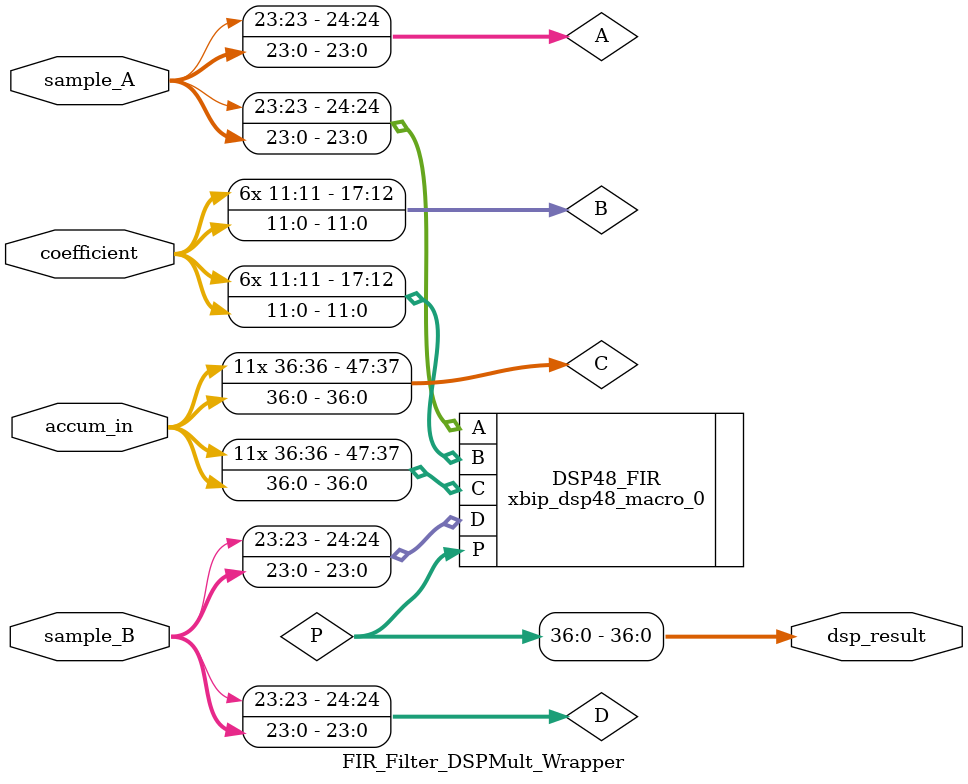
<source format=v>
`timescale 1ns / 1ps


module FIR_Filter_DSPMult_Wrapper
    #(
        parameter SAMPLE_WIDTH = 24,
        parameter TAP_WIDTH = 12,
        parameter ACCUM_WIDTH = 37,      // SAMPLE_WIDTH + TAP_WIDTH + 1
        parameter RESULT_WIDTH = 37,     // SAMPLE_WIDTH + TAP_WIDTH + 1
        parameter RESULT_LSHIFT = 0     // Truncation Rounding
    )
    (
        //input wire clk,
        //input wire rst,

        input wire [SAMPLE_WIDTH - 1 : 0]   sample_A,
        input wire [SAMPLE_WIDTH - 1 : 0]   sample_B,
        input wire [TAP_WIDTH - 1 : 0]      coefficient,
        input wire [ACCUM_WIDTH - 1 : 0]    accum_in,

        output wire [ACCUM_WIDTH - 1 : 0]  dsp_result
    );


    wire [24:0] A;      // Sample_A
    wire [17:0] B;      // Coefficient/Tap
    wire [47:0] C;      // Accumulator_in
    wire [24:0] D;      // Sample_B
    wire [47:0] P;      // Result

    xbip_dsp48_macro_0 DSP48_FIR(
        .A(A),
        .B(B),
        .C(C),
        .D(D),
        .P(P)
    );

    assign A = {{25 - SAMPLE_WIDTH{sample_A[SAMPLE_WIDTH - 1]}}, sample_A};   // sign extend MSB
    assign D = {{25 - SAMPLE_WIDTH{sample_B[SAMPLE_WIDTH - 1]}}, sample_B};   // sign extend MSB
    assign B = {{18 - TAP_WIDTH{coefficient[TAP_WIDTH - 1]}}, coefficient};   // sign extend MSB
    assign C = {{48 - ACCUM_WIDTH{accum_in[ACCUM_WIDTH - 1]}}, accum_in};   // sign extend MSB

    assign dsp_result = P[ACCUM_WIDTH - 1 + RESULT_LSHIFT : 0 + RESULT_LSHIFT];


endmodule

</source>
